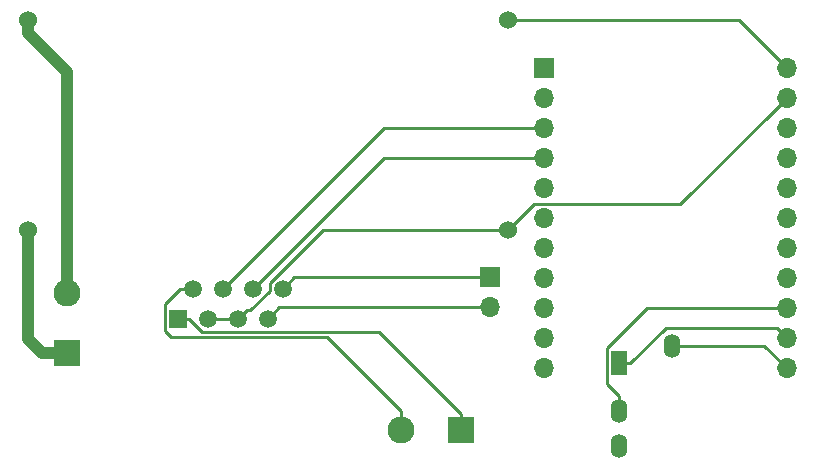
<source format=gbr>
G04 #@! TF.GenerationSoftware,KiCad,Pcbnew,(5.1.2)-2*
G04 #@! TF.CreationDate,2020-01-12T12:09:12-06:00*
G04 #@! TF.ProjectId,SimpleBuildSounds,53696d70-6c65-4427-9569-6c64536f756e,rev?*
G04 #@! TF.SameCoordinates,Original*
G04 #@! TF.FileFunction,Copper,L1,Top*
G04 #@! TF.FilePolarity,Positive*
%FSLAX46Y46*%
G04 Gerber Fmt 4.6, Leading zero omitted, Abs format (unit mm)*
G04 Created by KiCad (PCBNEW (5.1.2)-2) date 2020-01-12 12:09:12*
%MOMM*%
%LPD*%
G04 APERTURE LIST*
%ADD10O,1.400000X2.000000*%
%ADD11R,1.400000X2.000000*%
%ADD12R,1.700000X1.700000*%
%ADD13O,1.700000X1.700000*%
%ADD14R,2.286000X2.286000*%
%ADD15C,2.286000*%
%ADD16R,1.500000X1.500000*%
%ADD17C,1.500000*%
%ADD18C,1.524000*%
%ADD19C,0.250000*%
%ADD20C,1.000000*%
G04 APERTURE END LIST*
D10*
X185111000Y-90883500D03*
X185111000Y-87883500D03*
D11*
X185111000Y-83883500D03*
D10*
X189611000Y-82383500D03*
D12*
X178816000Y-58864500D03*
D13*
X199316000Y-58864500D03*
X178816000Y-61404500D03*
X199316000Y-61404500D03*
X178816000Y-63944500D03*
X199316000Y-63944500D03*
X178816000Y-66484500D03*
X199316000Y-66484500D03*
X178816000Y-69024500D03*
X199316000Y-69024500D03*
X178816000Y-71564500D03*
X199316000Y-71564500D03*
X178816000Y-74104500D03*
X199316000Y-74104500D03*
X178816000Y-76644500D03*
X199316000Y-76644500D03*
X178816000Y-79184500D03*
X199316000Y-79184500D03*
X178816000Y-81724500D03*
X199316000Y-81724500D03*
X178816000Y-84264500D03*
X199316000Y-84264500D03*
D14*
X138430000Y-82994500D03*
D15*
X138430000Y-77914500D03*
D16*
X147764500Y-80137000D03*
D17*
X149034500Y-77597000D03*
X150304500Y-80137000D03*
X151574500Y-77597000D03*
X152844500Y-80137000D03*
X154114500Y-77597000D03*
X155384500Y-80137000D03*
X156654500Y-77597000D03*
D12*
X174190001Y-76603001D03*
D13*
X174190001Y-79143001D03*
D15*
X166687500Y-89535000D03*
D14*
X171767500Y-89535000D03*
D18*
X175768000Y-72580500D03*
X175768000Y-54800500D03*
X135128000Y-72580500D03*
X135128000Y-54800500D03*
D19*
X151365160Y-80137000D02*
X152844500Y-80137000D01*
X150304500Y-80137000D02*
X151365160Y-80137000D01*
X174690370Y-72580500D02*
X175768000Y-72580500D01*
X160079998Y-72580500D02*
X174690370Y-72580500D01*
X155579499Y-77080999D02*
X160079998Y-72580500D01*
X155579499Y-77723003D02*
X155579499Y-77080999D01*
X153915501Y-79387001D02*
X155579499Y-77723003D01*
X153594499Y-79387001D02*
X153915501Y-79387001D01*
X152844500Y-80137000D02*
X153594499Y-79387001D01*
X198466001Y-62254499D02*
X199316000Y-61404500D01*
X190331001Y-70389499D02*
X198466001Y-62254499D01*
X177959001Y-70389499D02*
X190331001Y-70389499D01*
X175768000Y-72580500D02*
X177959001Y-70389499D01*
D20*
X138430000Y-76298054D02*
X138430000Y-77914500D01*
X138430000Y-59180130D02*
X138430000Y-76298054D01*
X135128000Y-55878130D02*
X138430000Y-59180130D01*
X135128000Y-54800500D02*
X135128000Y-55878130D01*
D19*
X148764500Y-80137000D02*
X147764500Y-80137000D01*
X149839501Y-81212001D02*
X148764500Y-80137000D01*
X164837501Y-81212001D02*
X149839501Y-81212001D01*
X171767500Y-88142000D02*
X164837501Y-81212001D01*
X171767500Y-89535000D02*
X171767500Y-88142000D01*
X147973840Y-77597000D02*
X149034500Y-77597000D01*
X146689499Y-81147001D02*
X146689499Y-78881341D01*
X146689499Y-78881341D02*
X147973840Y-77597000D01*
X147204509Y-81662011D02*
X146689499Y-81147001D01*
X160430957Y-81662011D02*
X147204509Y-81662011D01*
X166687500Y-87918554D02*
X160430957Y-81662011D01*
X166687500Y-89535000D02*
X166687500Y-87918554D01*
X165227000Y-63944500D02*
X178816000Y-63944500D01*
X151574500Y-77597000D02*
X165227000Y-63944500D01*
X156378499Y-79143001D02*
X155384500Y-80137000D01*
X174190001Y-79143001D02*
X156378499Y-79143001D01*
X157648499Y-76603001D02*
X156654500Y-77597000D01*
X174190001Y-76603001D02*
X157648499Y-76603001D01*
X195252000Y-54800500D02*
X199316000Y-58864500D01*
X175768000Y-54800500D02*
X195252000Y-54800500D01*
X185111000Y-86633500D02*
X185111000Y-87883500D01*
X184085999Y-85608499D02*
X185111000Y-86633500D01*
X184085999Y-82623499D02*
X184085999Y-85608499D01*
X187524998Y-79184500D02*
X184085999Y-82623499D01*
X199316000Y-79184500D02*
X187524998Y-79184500D01*
X198466001Y-80874501D02*
X199316000Y-81724500D01*
X189069999Y-80874501D02*
X198466001Y-80874501D01*
X185111000Y-83883500D02*
X186061000Y-83883500D01*
X186061000Y-83883500D02*
X189069999Y-80874501D01*
X197435000Y-82383500D02*
X189611000Y-82383500D01*
X199316000Y-84264500D02*
X197435000Y-82383500D01*
X165227000Y-66484500D02*
X154114500Y-77597000D01*
X178816000Y-66484500D02*
X165227000Y-66484500D01*
D20*
X136287000Y-82994500D02*
X138430000Y-82994500D01*
X135128000Y-81835500D02*
X136287000Y-82994500D01*
X135128000Y-72580500D02*
X135128000Y-81835500D01*
M02*

</source>
